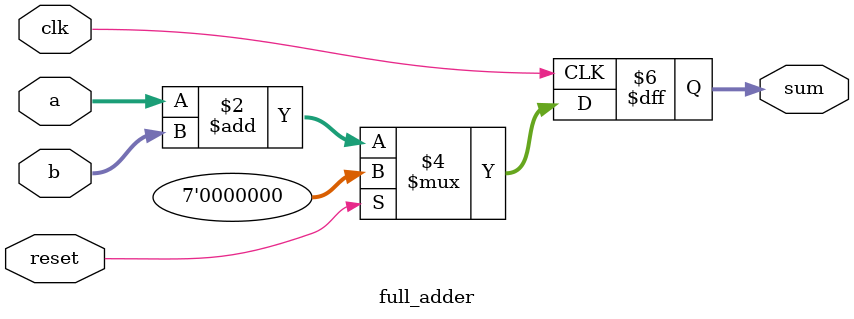
<source format=sv>
module full_adder(input [3:0] a,b,input clk,reset, output reg [6:0]sum);
  always@(posedge clk)begin
    if(reset) sum = 0;
    else sum = a+b;
  end
endmodule
</source>
